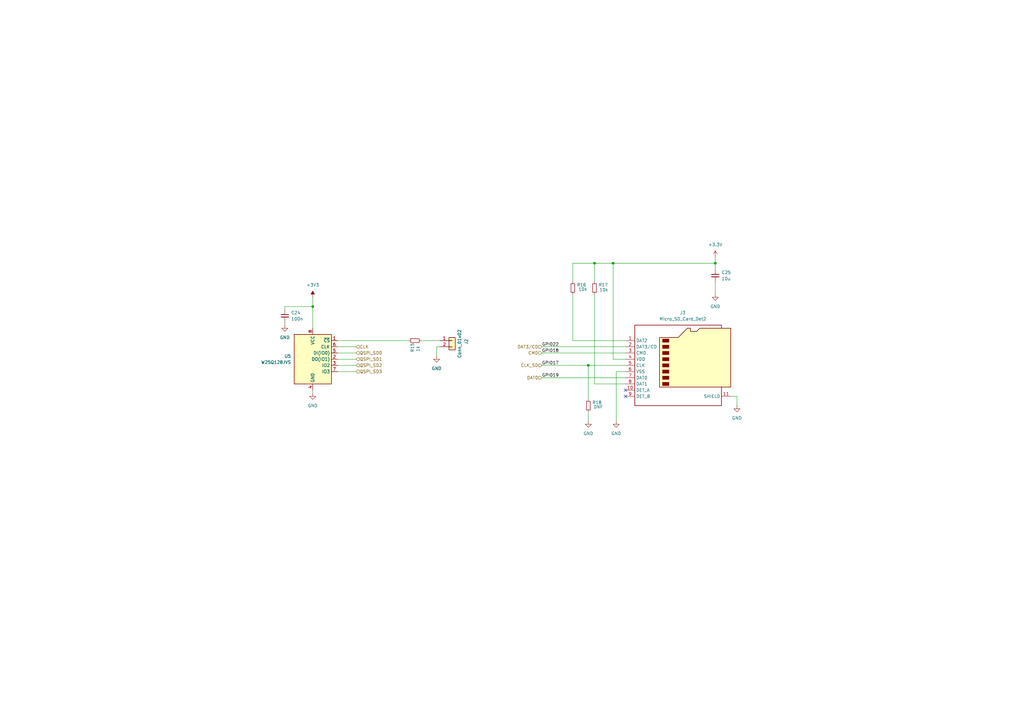
<source format=kicad_sch>
(kicad_sch
	(version 20231120)
	(generator "eeschema")
	(generator_version "8.0")
	(uuid "2bda51f6-9f5b-4a79-8ef6-f425eaf576d8")
	(paper "A3")
	(title_block
		(date "2025-02-01")
		(company "Alberto José Oliveira Pereira")
	)
	(lib_symbols
		(symbol "Connector:Micro_SD_Card_Det2"
			(exclude_from_sim no)
			(in_bom yes)
			(on_board yes)
			(property "Reference" "J"
				(at -16.51 17.78 0)
				(effects
					(font
						(size 1.27 1.27)
					)
				)
			)
			(property "Value" "Micro_SD_Card_Det2"
				(at 16.51 17.78 0)
				(effects
					(font
						(size 1.27 1.27)
					)
					(justify right)
				)
			)
			(property "Footprint" ""
				(at 52.07 17.78 0)
				(effects
					(font
						(size 1.27 1.27)
					)
					(hide yes)
				)
			)
			(property "Datasheet" "https://www.hirose.com/en/product/document?clcode=&productname=&series=DM3&documenttype=Catalog&lang=en&documentid=D49662_en"
				(at 2.54 2.54 0)
				(effects
					(font
						(size 1.27 1.27)
					)
					(hide yes)
				)
			)
			(property "Description" "Micro SD Card Socket with two card detection pins"
				(at 0 0 0)
				(effects
					(font
						(size 1.27 1.27)
					)
					(hide yes)
				)
			)
			(property "ki_keywords" "connector SD microsd"
				(at 0 0 0)
				(effects
					(font
						(size 1.27 1.27)
					)
					(hide yes)
				)
			)
			(property "ki_fp_filters" "microSD*"
				(at 0 0 0)
				(effects
					(font
						(size 1.27 1.27)
					)
					(hide yes)
				)
			)
			(symbol "Micro_SD_Card_Det2_0_1"
				(rectangle
					(start -7.62 -6.985)
					(end -5.08 -8.255)
					(stroke
						(width 0.254)
						(type default)
					)
					(fill
						(type outline)
					)
				)
				(rectangle
					(start -7.62 -4.445)
					(end -5.08 -5.715)
					(stroke
						(width 0.254)
						(type default)
					)
					(fill
						(type outline)
					)
				)
				(rectangle
					(start -7.62 -1.905)
					(end -5.08 -3.175)
					(stroke
						(width 0.254)
						(type default)
					)
					(fill
						(type outline)
					)
				)
				(rectangle
					(start -7.62 0.635)
					(end -5.08 -0.635)
					(stroke
						(width 0.254)
						(type default)
					)
					(fill
						(type outline)
					)
				)
				(rectangle
					(start -7.62 3.175)
					(end -5.08 1.905)
					(stroke
						(width 0.254)
						(type default)
					)
					(fill
						(type outline)
					)
				)
				(rectangle
					(start -7.62 5.715)
					(end -5.08 4.445)
					(stroke
						(width 0.254)
						(type default)
					)
					(fill
						(type outline)
					)
				)
				(rectangle
					(start -7.62 8.255)
					(end -5.08 6.985)
					(stroke
						(width 0.254)
						(type default)
					)
					(fill
						(type outline)
					)
				)
				(rectangle
					(start -7.62 10.795)
					(end -5.08 9.525)
					(stroke
						(width 0.254)
						(type default)
					)
					(fill
						(type outline)
					)
				)
				(polyline
					(pts
						(xy 16.51 15.24) (xy 16.51 16.51) (xy -19.05 16.51) (xy -19.05 -16.51) (xy 16.51 -16.51) (xy 16.51 -8.89)
					)
					(stroke
						(width 0.254)
						(type default)
					)
					(fill
						(type none)
					)
				)
				(polyline
					(pts
						(xy -8.89 -8.89) (xy -8.89 11.43) (xy -1.27 11.43) (xy 2.54 15.24) (xy 3.81 15.24) (xy 3.81 13.97)
						(xy 6.35 13.97) (xy 7.62 15.24) (xy 20.32 15.24) (xy 20.32 -8.89) (xy -8.89 -8.89)
					)
					(stroke
						(width 0.254)
						(type default)
					)
					(fill
						(type background)
					)
				)
			)
			(symbol "Micro_SD_Card_Det2_1_1"
				(pin bidirectional line
					(at -22.86 10.16 0)
					(length 3.81)
					(name "DAT2"
						(effects
							(font
								(size 1.27 1.27)
							)
						)
					)
					(number "1"
						(effects
							(font
								(size 1.27 1.27)
							)
						)
					)
				)
				(pin passive line
					(at -22.86 -10.16 0)
					(length 3.81)
					(name "DET_A"
						(effects
							(font
								(size 1.27 1.27)
							)
						)
					)
					(number "10"
						(effects
							(font
								(size 1.27 1.27)
							)
						)
					)
				)
				(pin passive line
					(at 20.32 -12.7 180)
					(length 3.81)
					(name "SHIELD"
						(effects
							(font
								(size 1.27 1.27)
							)
						)
					)
					(number "11"
						(effects
							(font
								(size 1.27 1.27)
							)
						)
					)
				)
				(pin bidirectional line
					(at -22.86 7.62 0)
					(length 3.81)
					(name "DAT3/CD"
						(effects
							(font
								(size 1.27 1.27)
							)
						)
					)
					(number "2"
						(effects
							(font
								(size 1.27 1.27)
							)
						)
					)
				)
				(pin input line
					(at -22.86 5.08 0)
					(length 3.81)
					(name "CMD"
						(effects
							(font
								(size 1.27 1.27)
							)
						)
					)
					(number "3"
						(effects
							(font
								(size 1.27 1.27)
							)
						)
					)
				)
				(pin power_in line
					(at -22.86 2.54 0)
					(length 3.81)
					(name "VDD"
						(effects
							(font
								(size 1.27 1.27)
							)
						)
					)
					(number "4"
						(effects
							(font
								(size 1.27 1.27)
							)
						)
					)
				)
				(pin input line
					(at -22.86 0 0)
					(length 3.81)
					(name "CLK"
						(effects
							(font
								(size 1.27 1.27)
							)
						)
					)
					(number "5"
						(effects
							(font
								(size 1.27 1.27)
							)
						)
					)
				)
				(pin power_in line
					(at -22.86 -2.54 0)
					(length 3.81)
					(name "VSS"
						(effects
							(font
								(size 1.27 1.27)
							)
						)
					)
					(number "6"
						(effects
							(font
								(size 1.27 1.27)
							)
						)
					)
				)
				(pin bidirectional line
					(at -22.86 -5.08 0)
					(length 3.81)
					(name "DAT0"
						(effects
							(font
								(size 1.27 1.27)
							)
						)
					)
					(number "7"
						(effects
							(font
								(size 1.27 1.27)
							)
						)
					)
				)
				(pin bidirectional line
					(at -22.86 -7.62 0)
					(length 3.81)
					(name "DAT1"
						(effects
							(font
								(size 1.27 1.27)
							)
						)
					)
					(number "8"
						(effects
							(font
								(size 1.27 1.27)
							)
						)
					)
				)
				(pin passive line
					(at -22.86 -12.7 0)
					(length 3.81)
					(name "DET_B"
						(effects
							(font
								(size 1.27 1.27)
							)
						)
					)
					(number "9"
						(effects
							(font
								(size 1.27 1.27)
							)
						)
					)
				)
			)
		)
		(symbol "Device:C_Small"
			(pin_numbers hide)
			(pin_names
				(offset 0.254) hide)
			(exclude_from_sim no)
			(in_bom yes)
			(on_board yes)
			(property "Reference" "C"
				(at 0.254 1.778 0)
				(effects
					(font
						(size 1.27 1.27)
					)
					(justify left)
				)
			)
			(property "Value" "C_Small"
				(at 0.254 -2.032 0)
				(effects
					(font
						(size 1.27 1.27)
					)
					(justify left)
				)
			)
			(property "Footprint" ""
				(at 0 0 0)
				(effects
					(font
						(size 1.27 1.27)
					)
					(hide yes)
				)
			)
			(property "Datasheet" "~"
				(at 0 0 0)
				(effects
					(font
						(size 1.27 1.27)
					)
					(hide yes)
				)
			)
			(property "Description" "Unpolarized capacitor, small symbol"
				(at 0 0 0)
				(effects
					(font
						(size 1.27 1.27)
					)
					(hide yes)
				)
			)
			(property "ki_keywords" "capacitor cap"
				(at 0 0 0)
				(effects
					(font
						(size 1.27 1.27)
					)
					(hide yes)
				)
			)
			(property "ki_fp_filters" "C_*"
				(at 0 0 0)
				(effects
					(font
						(size 1.27 1.27)
					)
					(hide yes)
				)
			)
			(symbol "C_Small_0_1"
				(polyline
					(pts
						(xy -1.524 -0.508) (xy 1.524 -0.508)
					)
					(stroke
						(width 0.3302)
						(type default)
					)
					(fill
						(type none)
					)
				)
				(polyline
					(pts
						(xy -1.524 0.508) (xy 1.524 0.508)
					)
					(stroke
						(width 0.3048)
						(type default)
					)
					(fill
						(type none)
					)
				)
			)
			(symbol "C_Small_1_1"
				(pin passive line
					(at 0 2.54 270)
					(length 2.032)
					(name "~"
						(effects
							(font
								(size 1.27 1.27)
							)
						)
					)
					(number "1"
						(effects
							(font
								(size 1.27 1.27)
							)
						)
					)
				)
				(pin passive line
					(at 0 -2.54 90)
					(length 2.032)
					(name "~"
						(effects
							(font
								(size 1.27 1.27)
							)
						)
					)
					(number "2"
						(effects
							(font
								(size 1.27 1.27)
							)
						)
					)
				)
			)
		)
		(symbol "Device:R_Small"
			(pin_numbers hide)
			(pin_names
				(offset 0.254) hide)
			(exclude_from_sim no)
			(in_bom yes)
			(on_board yes)
			(property "Reference" "R"
				(at 0.762 0.508 0)
				(effects
					(font
						(size 1.27 1.27)
					)
					(justify left)
				)
			)
			(property "Value" "R_Small"
				(at 0.762 -1.016 0)
				(effects
					(font
						(size 1.27 1.27)
					)
					(justify left)
				)
			)
			(property "Footprint" ""
				(at 0 0 0)
				(effects
					(font
						(size 1.27 1.27)
					)
					(hide yes)
				)
			)
			(property "Datasheet" "~"
				(at 0 0 0)
				(effects
					(font
						(size 1.27 1.27)
					)
					(hide yes)
				)
			)
			(property "Description" "Resistor, small symbol"
				(at 0 0 0)
				(effects
					(font
						(size 1.27 1.27)
					)
					(hide yes)
				)
			)
			(property "ki_keywords" "R resistor"
				(at 0 0 0)
				(effects
					(font
						(size 1.27 1.27)
					)
					(hide yes)
				)
			)
			(property "ki_fp_filters" "R_*"
				(at 0 0 0)
				(effects
					(font
						(size 1.27 1.27)
					)
					(hide yes)
				)
			)
			(symbol "R_Small_0_1"
				(rectangle
					(start -0.762 1.778)
					(end 0.762 -1.778)
					(stroke
						(width 0.2032)
						(type default)
					)
					(fill
						(type none)
					)
				)
			)
			(symbol "R_Small_1_1"
				(pin passive line
					(at 0 2.54 270)
					(length 0.762)
					(name "~"
						(effects
							(font
								(size 1.27 1.27)
							)
						)
					)
					(number "1"
						(effects
							(font
								(size 1.27 1.27)
							)
						)
					)
				)
				(pin passive line
					(at 0 -2.54 90)
					(length 0.762)
					(name "~"
						(effects
							(font
								(size 1.27 1.27)
							)
						)
					)
					(number "2"
						(effects
							(font
								(size 1.27 1.27)
							)
						)
					)
				)
			)
		)
		(symbol "Memory_Flash:W25Q128JVS"
			(exclude_from_sim no)
			(in_bom yes)
			(on_board yes)
			(property "Reference" "U"
				(at -6.35 11.43 0)
				(effects
					(font
						(size 1.27 1.27)
					)
				)
			)
			(property "Value" "W25Q128JVS"
				(at 7.62 11.43 0)
				(effects
					(font
						(size 1.27 1.27)
					)
				)
			)
			(property "Footprint" "Package_SO:SOIC-8_5.23x5.23mm_P1.27mm"
				(at 0 22.86 0)
				(effects
					(font
						(size 1.27 1.27)
					)
					(hide yes)
				)
			)
			(property "Datasheet" "https://www.winbond.com/resource-files/w25q128jv_dtr%20revc%2003272018%20plus.pdf"
				(at 0 25.4 0)
				(effects
					(font
						(size 1.27 1.27)
					)
					(hide yes)
				)
			)
			(property "Description" "128Mb Serial Flash Memory, Standard/Dual/Quad SPI, SOIC-8"
				(at 0 27.94 0)
				(effects
					(font
						(size 1.27 1.27)
					)
					(hide yes)
				)
			)
			(property "ki_keywords" "flash memory SPI QPI DTR"
				(at 0 0 0)
				(effects
					(font
						(size 1.27 1.27)
					)
					(hide yes)
				)
			)
			(property "ki_fp_filters" "SOIC*5.23x5.23mm*P1.27mm*"
				(at 0 0 0)
				(effects
					(font
						(size 1.27 1.27)
					)
					(hide yes)
				)
			)
			(symbol "W25Q128JVS_0_1"
				(rectangle
					(start -7.62 10.16)
					(end 7.62 -10.16)
					(stroke
						(width 0.254)
						(type default)
					)
					(fill
						(type background)
					)
				)
			)
			(symbol "W25Q128JVS_1_1"
				(pin input line
					(at -10.16 7.62 0)
					(length 2.54)
					(name "~{CS}"
						(effects
							(font
								(size 1.27 1.27)
							)
						)
					)
					(number "1"
						(effects
							(font
								(size 1.27 1.27)
							)
						)
					)
				)
				(pin bidirectional line
					(at -10.16 0 0)
					(length 2.54)
					(name "DO(IO1)"
						(effects
							(font
								(size 1.27 1.27)
							)
						)
					)
					(number "2"
						(effects
							(font
								(size 1.27 1.27)
							)
						)
					)
				)
				(pin bidirectional line
					(at -10.16 -2.54 0)
					(length 2.54)
					(name "IO2"
						(effects
							(font
								(size 1.27 1.27)
							)
						)
					)
					(number "3"
						(effects
							(font
								(size 1.27 1.27)
							)
						)
					)
				)
				(pin power_in line
					(at 0 -12.7 90)
					(length 2.54)
					(name "GND"
						(effects
							(font
								(size 1.27 1.27)
							)
						)
					)
					(number "4"
						(effects
							(font
								(size 1.27 1.27)
							)
						)
					)
				)
				(pin bidirectional line
					(at -10.16 2.54 0)
					(length 2.54)
					(name "DI(IO0)"
						(effects
							(font
								(size 1.27 1.27)
							)
						)
					)
					(number "5"
						(effects
							(font
								(size 1.27 1.27)
							)
						)
					)
				)
				(pin input line
					(at -10.16 5.08 0)
					(length 2.54)
					(name "CLK"
						(effects
							(font
								(size 1.27 1.27)
							)
						)
					)
					(number "6"
						(effects
							(font
								(size 1.27 1.27)
							)
						)
					)
				)
				(pin bidirectional line
					(at -10.16 -5.08 0)
					(length 2.54)
					(name "IO3"
						(effects
							(font
								(size 1.27 1.27)
							)
						)
					)
					(number "7"
						(effects
							(font
								(size 1.27 1.27)
							)
						)
					)
				)
				(pin power_in line
					(at 0 12.7 270)
					(length 2.54)
					(name "VCC"
						(effects
							(font
								(size 1.27 1.27)
							)
						)
					)
					(number "8"
						(effects
							(font
								(size 1.27 1.27)
							)
						)
					)
				)
			)
		)
		(symbol "PCM_4ms_Connector:Conn_01x02"
			(pin_names
				(offset 1.016) hide)
			(exclude_from_sim no)
			(in_bom yes)
			(on_board yes)
			(property "Reference" "J"
				(at 0 2.54 0)
				(effects
					(font
						(size 1.27 1.27)
					)
				)
			)
			(property "Value" "Conn_01x02"
				(at 0 -5.08 0)
				(effects
					(font
						(size 1.27 1.27)
					)
				)
			)
			(property "Footprint" "4ms_Connector:Pins_1x02_2.54mm_TH"
				(at -0.635 4.445 0)
				(effects
					(font
						(size 1.27 1.27)
					)
					(hide yes)
				)
			)
			(property "Datasheet" ""
				(at 0 0 0)
				(effects
					(font
						(size 1.27 1.27)
					)
					(hide yes)
				)
			)
			(property "Description" "HEADER 1x2 MALE PINS 0.100” 180deg"
				(at 0 0 0)
				(effects
					(font
						(size 1.27 1.27)
					)
					(hide yes)
				)
			)
			(property "Specifications" "Pins_01x02, Header, Male Pins, 1*2, spacing 2.54mm, straight pin"
				(at -2.54 -7.874 0)
				(effects
					(font
						(size 1.27 1.27)
					)
					(justify left)
					(hide yes)
				)
			)
			(property "Manufacturer" "TAD"
				(at -2.54 -9.398 0)
				(effects
					(font
						(size 1.27 1.27)
					)
					(justify left)
					(hide yes)
				)
			)
			(property "Part Number" "1-0201FBV0T"
				(at -2.54 -10.922 0)
				(effects
					(font
						(size 1.27 1.27)
					)
					(justify left)
					(hide yes)
				)
			)
			(property "ki_keywords" "Conn_01x02"
				(at 0 0 0)
				(effects
					(font
						(size 1.27 1.27)
					)
					(hide yes)
				)
			)
			(property "ki_fp_filters" "Connector*:*_??x*mm* Connector*:*1x??x*mm* Pin?Header?Straight?1X* Pin?Header?Angled?1X* Socket?Strip?Straight?1X* Socket?Strip?Angled?1X*"
				(at 0 0 0)
				(effects
					(font
						(size 1.27 1.27)
					)
					(hide yes)
				)
			)
			(symbol "Conn_01x02_1_1"
				(rectangle
					(start -1.27 -2.413)
					(end 0 -2.667)
					(stroke
						(width 0.1524)
						(type default)
					)
					(fill
						(type none)
					)
				)
				(rectangle
					(start -1.27 0.127)
					(end 0 -0.127)
					(stroke
						(width 0.1524)
						(type default)
					)
					(fill
						(type none)
					)
				)
				(rectangle
					(start -1.27 1.27)
					(end 1.27 -3.81)
					(stroke
						(width 0.254)
						(type default)
					)
					(fill
						(type background)
					)
				)
				(pin passive line
					(at -5.08 0 0)
					(length 3.81)
					(name "Pin_1"
						(effects
							(font
								(size 1.27 1.27)
							)
						)
					)
					(number "1"
						(effects
							(font
								(size 1.27 1.27)
							)
						)
					)
				)
				(pin passive line
					(at -5.08 -2.54 0)
					(length 3.81)
					(name "Pin_2"
						(effects
							(font
								(size 1.27 1.27)
							)
						)
					)
					(number "2"
						(effects
							(font
								(size 1.27 1.27)
							)
						)
					)
				)
			)
		)
		(symbol "PCM_4ms_Power-symbol:+3.3V"
			(power)
			(pin_names
				(offset 0)
			)
			(exclude_from_sim no)
			(in_bom yes)
			(on_board yes)
			(property "Reference" "#PWR"
				(at 0 -3.81 0)
				(effects
					(font
						(size 1.27 1.27)
					)
					(hide yes)
				)
			)
			(property "Value" "+3.3V"
				(at 0 3.556 0)
				(effects
					(font
						(size 1.27 1.27)
					)
				)
			)
			(property "Footprint" ""
				(at 0 0 0)
				(effects
					(font
						(size 1.27 1.27)
					)
					(hide yes)
				)
			)
			(property "Datasheet" ""
				(at 0 0 0)
				(effects
					(font
						(size 1.27 1.27)
					)
					(hide yes)
				)
			)
			(property "Description" ""
				(at 0 0 0)
				(effects
					(font
						(size 1.27 1.27)
					)
					(hide yes)
				)
			)
			(symbol "+3.3V_0_1"
				(polyline
					(pts
						(xy -0.762 1.27) (xy 0 2.54)
					)
					(stroke
						(width 0)
						(type default)
					)
					(fill
						(type none)
					)
				)
				(polyline
					(pts
						(xy 0 0) (xy 0 2.54)
					)
					(stroke
						(width 0)
						(type default)
					)
					(fill
						(type none)
					)
				)
				(polyline
					(pts
						(xy 0 2.54) (xy 0.762 1.27)
					)
					(stroke
						(width 0)
						(type default)
					)
					(fill
						(type none)
					)
				)
			)
			(symbol "+3.3V_1_1"
				(pin power_in line
					(at 0 0 90)
					(length 0) hide
					(name "+3V3"
						(effects
							(font
								(size 1.27 1.27)
							)
						)
					)
					(number "1"
						(effects
							(font
								(size 1.27 1.27)
							)
						)
					)
				)
			)
		)
		(symbol "power:-3V3"
			(power)
			(pin_numbers hide)
			(pin_names
				(offset 0) hide)
			(exclude_from_sim no)
			(in_bom yes)
			(on_board yes)
			(property "Reference" "#PWR"
				(at 0 -3.81 0)
				(effects
					(font
						(size 1.27 1.27)
					)
					(hide yes)
				)
			)
			(property "Value" "-3V3"
				(at 0 3.556 0)
				(effects
					(font
						(size 1.27 1.27)
					)
				)
			)
			(property "Footprint" ""
				(at 0 0 0)
				(effects
					(font
						(size 1.27 1.27)
					)
					(hide yes)
				)
			)
			(property "Datasheet" ""
				(at 0 0 0)
				(effects
					(font
						(size 1.27 1.27)
					)
					(hide yes)
				)
			)
			(property "Description" "Power symbol creates a global label with name \"-3V3\""
				(at 0 0 0)
				(effects
					(font
						(size 1.27 1.27)
					)
					(hide yes)
				)
			)
			(property "ki_keywords" "global power"
				(at 0 0 0)
				(effects
					(font
						(size 1.27 1.27)
					)
					(hide yes)
				)
			)
			(symbol "-3V3_0_0"
				(pin power_in line
					(at 0 0 90)
					(length 0)
					(name "~"
						(effects
							(font
								(size 1.27 1.27)
							)
						)
					)
					(number "1"
						(effects
							(font
								(size 1.27 1.27)
							)
						)
					)
				)
			)
			(symbol "-3V3_0_1"
				(polyline
					(pts
						(xy 0 0) (xy 0 1.27) (xy 0.762 1.27) (xy 0 2.54) (xy -0.762 1.27) (xy 0 1.27)
					)
					(stroke
						(width 0)
						(type default)
					)
					(fill
						(type outline)
					)
				)
			)
		)
		(symbol "power:GND"
			(power)
			(pin_numbers hide)
			(pin_names
				(offset 0) hide)
			(exclude_from_sim no)
			(in_bom yes)
			(on_board yes)
			(property "Reference" "#PWR"
				(at 0 -6.35 0)
				(effects
					(font
						(size 1.27 1.27)
					)
					(hide yes)
				)
			)
			(property "Value" "GND"
				(at 0 -3.81 0)
				(effects
					(font
						(size 1.27 1.27)
					)
				)
			)
			(property "Footprint" ""
				(at 0 0 0)
				(effects
					(font
						(size 1.27 1.27)
					)
					(hide yes)
				)
			)
			(property "Datasheet" ""
				(at 0 0 0)
				(effects
					(font
						(size 1.27 1.27)
					)
					(hide yes)
				)
			)
			(property "Description" "Power symbol creates a global label with name \"GND\" , ground"
				(at 0 0 0)
				(effects
					(font
						(size 1.27 1.27)
					)
					(hide yes)
				)
			)
			(property "ki_keywords" "global power"
				(at 0 0 0)
				(effects
					(font
						(size 1.27 1.27)
					)
					(hide yes)
				)
			)
			(symbol "GND_0_1"
				(polyline
					(pts
						(xy 0 0) (xy 0 -1.27) (xy 1.27 -1.27) (xy 0 -2.54) (xy -1.27 -1.27) (xy 0 -1.27)
					)
					(stroke
						(width 0)
						(type default)
					)
					(fill
						(type none)
					)
				)
			)
			(symbol "GND_1_1"
				(pin power_in line
					(at 0 0 270)
					(length 0)
					(name "~"
						(effects
							(font
								(size 1.27 1.27)
							)
						)
					)
					(number "1"
						(effects
							(font
								(size 1.27 1.27)
							)
						)
					)
				)
			)
		)
	)
	(junction
		(at 251.46 107.95)
		(diameter 0)
		(color 0 0 0 0)
		(uuid "33047bc7-c1f7-4bd5-95ce-0e396b462cd9")
	)
	(junction
		(at 128.27 125.73)
		(diameter 0)
		(color 0 0 0 0)
		(uuid "58145fa4-db7a-4187-8a3f-e8557c86ee6b")
	)
	(junction
		(at 241.3 149.86)
		(diameter 0)
		(color 0 0 0 0)
		(uuid "72e701c9-4e28-45d6-900a-2d8e1e89e1ec")
	)
	(junction
		(at 243.84 107.95)
		(diameter 0)
		(color 0 0 0 0)
		(uuid "b628c463-138c-4cab-b0b0-ffbb8c1f1bcf")
	)
	(junction
		(at 293.37 107.95)
		(diameter 0)
		(color 0 0 0 0)
		(uuid "b8c2cce5-ef51-42d1-b3c9-134819f98008")
	)
	(no_connect
		(at 256.54 162.56)
		(uuid "43055fda-7a97-44a2-91f6-83eb5664a30f")
	)
	(no_connect
		(at 256.54 160.02)
		(uuid "448a7509-bbac-4c14-aff7-7d326024ddbb")
	)
	(wire
		(pts
			(xy 138.43 142.24) (xy 146.05 142.24)
		)
		(stroke
			(width 0)
			(type default)
		)
		(uuid "0683d997-6d51-4b80-a4d0-8d289f2ef903")
	)
	(wire
		(pts
			(xy 179.07 142.24) (xy 179.07 146.05)
		)
		(stroke
			(width 0)
			(type default)
		)
		(uuid "10649d11-5f3e-451d-b5a7-cf157810064c")
	)
	(wire
		(pts
			(xy 138.43 152.4) (xy 146.05 152.4)
		)
		(stroke
			(width 0)
			(type default)
		)
		(uuid "124af829-c5ae-4fa8-b1b6-630461144272")
	)
	(wire
		(pts
			(xy 222.25 144.78) (xy 256.54 144.78)
		)
		(stroke
			(width 0)
			(type default)
		)
		(uuid "126a7df9-1ee0-453d-9388-f7151b8979f4")
	)
	(wire
		(pts
			(xy 293.37 107.95) (xy 293.37 110.49)
		)
		(stroke
			(width 0)
			(type default)
		)
		(uuid "13c740c3-1188-44f8-90f3-9fc4b12a5aa2")
	)
	(wire
		(pts
			(xy 251.46 107.95) (xy 293.37 107.95)
		)
		(stroke
			(width 0)
			(type default)
		)
		(uuid "1dfe8a9d-a3e7-46d0-879c-8219bb9c3ab6")
	)
	(wire
		(pts
			(xy 222.25 149.86) (xy 241.3 149.86)
		)
		(stroke
			(width 0)
			(type default)
		)
		(uuid "22dce2f1-58c0-4fee-8c82-11ddb0a170c0")
	)
	(wire
		(pts
			(xy 234.95 107.95) (xy 243.84 107.95)
		)
		(stroke
			(width 0)
			(type default)
		)
		(uuid "2696eeac-3f8c-4550-b189-03868dfa311a")
	)
	(wire
		(pts
			(xy 128.27 121.92) (xy 128.27 125.73)
		)
		(stroke
			(width 0)
			(type default)
		)
		(uuid "3b350678-ca72-41fa-a2f8-f224b8f2ac5d")
	)
	(wire
		(pts
			(xy 241.3 168.91) (xy 241.3 172.72)
		)
		(stroke
			(width 0)
			(type default)
		)
		(uuid "4c92b39a-6f4f-4c12-861e-e395611400de")
	)
	(wire
		(pts
			(xy 138.43 147.32) (xy 146.05 147.32)
		)
		(stroke
			(width 0)
			(type default)
		)
		(uuid "4dc6fa0f-ddf6-4621-9386-8276f562af6c")
	)
	(wire
		(pts
			(xy 243.84 107.95) (xy 251.46 107.95)
		)
		(stroke
			(width 0)
			(type default)
		)
		(uuid "5cd296e8-4b15-413e-8263-480cdc836941")
	)
	(wire
		(pts
			(xy 251.46 107.95) (xy 251.46 147.32)
		)
		(stroke
			(width 0)
			(type default)
		)
		(uuid "65ea72db-2552-41ed-a521-232f0f887c02")
	)
	(wire
		(pts
			(xy 138.43 139.7) (xy 167.64 139.7)
		)
		(stroke
			(width 0)
			(type default)
		)
		(uuid "706da12b-8b55-4dbd-9f4a-8f55714c9d3f")
	)
	(wire
		(pts
			(xy 293.37 115.57) (xy 293.37 120.65)
		)
		(stroke
			(width 0)
			(type default)
		)
		(uuid "7eec9997-a1b0-441d-a80c-1aa7507fc36a")
	)
	(wire
		(pts
			(xy 256.54 152.4) (xy 252.73 152.4)
		)
		(stroke
			(width 0)
			(type default)
		)
		(uuid "8fbb66e7-9251-4a80-bdba-07a750500b8d")
	)
	(wire
		(pts
			(xy 234.95 107.95) (xy 234.95 115.57)
		)
		(stroke
			(width 0)
			(type default)
		)
		(uuid "9b253154-8127-45fa-a056-52ce1dd8a89e")
	)
	(wire
		(pts
			(xy 116.84 132.08) (xy 116.84 133.35)
		)
		(stroke
			(width 0)
			(type default)
		)
		(uuid "9d0bcb53-9f29-457e-ab90-4305d3f3f67f")
	)
	(wire
		(pts
			(xy 222.25 154.94) (xy 256.54 154.94)
		)
		(stroke
			(width 0)
			(type default)
		)
		(uuid "9dfc3b5d-9607-4a9b-a614-221823e00a8e")
	)
	(wire
		(pts
			(xy 241.3 149.86) (xy 241.3 163.83)
		)
		(stroke
			(width 0)
			(type default)
		)
		(uuid "aa910846-6339-4254-a018-2f71437500cd")
	)
	(wire
		(pts
			(xy 234.95 139.7) (xy 234.95 120.65)
		)
		(stroke
			(width 0)
			(type default)
		)
		(uuid "b0264749-9403-43a2-862a-ce9eb8b012e3")
	)
	(wire
		(pts
			(xy 128.27 160.02) (xy 128.27 161.29)
		)
		(stroke
			(width 0)
			(type default)
		)
		(uuid "b2abb873-4a4e-4bb9-a93a-aabcea454457")
	)
	(wire
		(pts
			(xy 128.27 125.73) (xy 128.27 134.62)
		)
		(stroke
			(width 0)
			(type default)
		)
		(uuid "b5b8cfe4-c956-40c7-b01e-f6ba436f3597")
	)
	(wire
		(pts
			(xy 243.84 157.48) (xy 256.54 157.48)
		)
		(stroke
			(width 0)
			(type default)
		)
		(uuid "b9d1607c-8f47-4e31-a4ad-756cdac9c87c")
	)
	(wire
		(pts
			(xy 180.34 142.24) (xy 179.07 142.24)
		)
		(stroke
			(width 0)
			(type default)
		)
		(uuid "cfb34fd2-8943-4e33-b5d2-5dd0330c00c9")
	)
	(wire
		(pts
			(xy 116.84 125.73) (xy 116.84 127)
		)
		(stroke
			(width 0)
			(type default)
		)
		(uuid "d33474c4-2a4a-4b85-9d44-a85882206d61")
	)
	(wire
		(pts
			(xy 138.43 144.78) (xy 146.05 144.78)
		)
		(stroke
			(width 0)
			(type default)
		)
		(uuid "d52dc086-0c36-431f-a9f5-49c11af0a974")
	)
	(wire
		(pts
			(xy 243.84 120.65) (xy 243.84 157.48)
		)
		(stroke
			(width 0)
			(type default)
		)
		(uuid "d56f07e7-7cb6-4611-aee9-a73220595141")
	)
	(wire
		(pts
			(xy 302.26 162.56) (xy 302.26 166.37)
		)
		(stroke
			(width 0)
			(type default)
		)
		(uuid "d6b92af2-32c9-4770-85b3-da6110a6f484")
	)
	(wire
		(pts
			(xy 293.37 105.41) (xy 293.37 107.95)
		)
		(stroke
			(width 0)
			(type default)
		)
		(uuid "d6ff4662-33da-4378-8d17-1ed982d6cadb")
	)
	(wire
		(pts
			(xy 256.54 147.32) (xy 251.46 147.32)
		)
		(stroke
			(width 0)
			(type default)
		)
		(uuid "d75b2021-fd02-4fae-8e83-c8c1a611f45c")
	)
	(wire
		(pts
			(xy 256.54 139.7) (xy 234.95 139.7)
		)
		(stroke
			(width 0)
			(type default)
		)
		(uuid "e4a05b0b-9c18-453f-bc0b-269d28f039da")
	)
	(wire
		(pts
			(xy 243.84 107.95) (xy 243.84 115.57)
		)
		(stroke
			(width 0)
			(type default)
		)
		(uuid "e9a67743-55c3-4d00-8263-ce9e7e05c94e")
	)
	(wire
		(pts
			(xy 138.43 149.86) (xy 146.05 149.86)
		)
		(stroke
			(width 0)
			(type default)
		)
		(uuid "ead1f73b-fb8e-4036-aafb-6d69fa09d86f")
	)
	(wire
		(pts
			(xy 299.72 162.56) (xy 302.26 162.56)
		)
		(stroke
			(width 0)
			(type default)
		)
		(uuid "eb8d0401-0c04-475a-a033-af0e9c7f6704")
	)
	(wire
		(pts
			(xy 241.3 149.86) (xy 256.54 149.86)
		)
		(stroke
			(width 0)
			(type default)
		)
		(uuid "ec69f090-073c-4718-8b39-80fcbf578b65")
	)
	(wire
		(pts
			(xy 116.84 125.73) (xy 128.27 125.73)
		)
		(stroke
			(width 0)
			(type default)
		)
		(uuid "ef065b73-2fbb-441e-b710-51e69d3e0872")
	)
	(wire
		(pts
			(xy 172.72 139.7) (xy 180.34 139.7)
		)
		(stroke
			(width 0)
			(type default)
		)
		(uuid "f17ad794-1469-4d4f-984f-5819a7f9688a")
	)
	(wire
		(pts
			(xy 222.25 142.24) (xy 256.54 142.24)
		)
		(stroke
			(width 0)
			(type default)
		)
		(uuid "faf3f683-45d7-4022-95ac-4a58c5c693d2")
	)
	(wire
		(pts
			(xy 252.73 152.4) (xy 252.73 172.72)
		)
		(stroke
			(width 0)
			(type default)
		)
		(uuid "faf5ac7e-0695-44f0-9abd-5bddd4d9e466")
	)
	(label "GPI019"
		(at 222.25 154.94 0)
		(effects
			(font
				(size 1.27 1.27)
			)
			(justify left bottom)
		)
		(uuid "5ab5dda8-bf06-4588-a647-664b68aec1e5")
	)
	(label "GPI022"
		(at 222.25 142.24 0)
		(effects
			(font
				(size 1.27 1.27)
			)
			(justify left bottom)
		)
		(uuid "8643d161-7f64-4cab-af36-402a3ef4485c")
	)
	(label "GPI018"
		(at 222.25 144.78 0)
		(effects
			(font
				(size 1.27 1.27)
			)
			(justify left bottom)
		)
		(uuid "b5aec813-f157-484c-ad30-5f0d1778bf2f")
	)
	(label "GPI017"
		(at 222.25 149.86 0)
		(effects
			(font
				(size 1.27 1.27)
			)
			(justify left bottom)
		)
		(uuid "d692a6cf-eca1-47f0-b967-ac53481397bb")
	)
	(hierarchical_label "DAT0"
		(shape input)
		(at 222.25 154.94 180)
		(effects
			(font
				(size 1.27 1.27)
			)
			(justify right)
		)
		(uuid "010a8966-fc6b-43d8-870a-42091edf0de7")
	)
	(hierarchical_label "DAT3{slash}CD"
		(shape input)
		(at 222.25 142.24 180)
		(effects
			(font
				(size 1.27 1.27)
			)
			(justify right)
		)
		(uuid "106f226d-bd4b-4459-a07a-219d979619db")
	)
	(hierarchical_label "QSPI_SD1"
		(shape input)
		(at 146.05 147.32 0)
		(effects
			(font
				(size 1.27 1.27)
			)
			(justify left)
		)
		(uuid "3b0fb60b-4a30-4bb0-af2c-724bb8264e6f")
	)
	(hierarchical_label "CLK_SD"
		(shape input)
		(at 222.25 149.86 180)
		(effects
			(font
				(size 1.27 1.27)
			)
			(justify right)
		)
		(uuid "4616311f-0ebc-44fb-b6a9-c0492c259ab0")
	)
	(hierarchical_label "CLK"
		(shape input)
		(at 146.05 142.24 0)
		(effects
			(font
				(size 1.27 1.27)
			)
			(justify left)
		)
		(uuid "778c12e4-4162-4019-a6f7-59fddbef4a32")
	)
	(hierarchical_label "QSPI_SD2"
		(shape input)
		(at 146.05 149.86 0)
		(effects
			(font
				(size 1.27 1.27)
			)
			(justify left)
		)
		(uuid "a699ddfe-5316-4bfb-8519-b890c4ab1703")
	)
	(hierarchical_label "CMD"
		(shape input)
		(at 222.25 144.78 180)
		(effects
			(font
				(size 1.27 1.27)
			)
			(justify right)
		)
		(uuid "c358d021-840c-4cb1-b322-694a72527651")
	)
	(hierarchical_label "QSPI_SD0"
		(shape input)
		(at 146.05 144.78 0)
		(effects
			(font
				(size 1.27 1.27)
			)
			(justify left)
		)
		(uuid "d43b8903-5a02-40ba-b63a-e9bd82c29260")
	)
	(hierarchical_label "QSPI_SD3"
		(shape input)
		(at 146.05 152.4 0)
		(effects
			(font
				(size 1.27 1.27)
			)
			(justify left)
		)
		(uuid "fcd5af5b-25c3-4273-84af-da40a778ae42")
	)
	(symbol
		(lib_id "power:GND")
		(at 179.07 146.05 0)
		(unit 1)
		(exclude_from_sim no)
		(in_bom yes)
		(on_board yes)
		(dnp no)
		(fields_autoplaced yes)
		(uuid "0b68afa9-6c35-4afb-acc5-d365e48e17fa")
		(property "Reference" "#PWR031"
			(at 179.07 152.4 0)
			(effects
				(font
					(size 1.27 1.27)
				)
				(hide yes)
			)
		)
		(property "Value" "GND"
			(at 179.07 151.13 0)
			(effects
				(font
					(size 1.27 1.27)
				)
			)
		)
		(property "Footprint" ""
			(at 179.07 146.05 0)
			(effects
				(font
					(size 1.27 1.27)
				)
				(hide yes)
			)
		)
		(property "Datasheet" ""
			(at 179.07 146.05 0)
			(effects
				(font
					(size 1.27 1.27)
				)
				(hide yes)
			)
		)
		(property "Description" "Power symbol creates a global label with name \"GND\" , ground"
			(at 179.07 146.05 0)
			(effects
				(font
					(size 1.27 1.27)
				)
				(hide yes)
			)
		)
		(pin "1"
			(uuid "7a1863ef-0afe-4ffd-bc3d-59b25b204434")
		)
		(instances
			(project "Dosimetro"
				(path "/5901c4ba-ed26-45ec-91e8-ca871c890e75/7c0a4705-ee14-4319-9a89-a29c6e6d167c"
					(reference "#PWR031")
					(unit 1)
				)
			)
		)
	)
	(symbol
		(lib_id "power:GND")
		(at 128.27 161.29 0)
		(unit 1)
		(exclude_from_sim no)
		(in_bom yes)
		(on_board yes)
		(dnp no)
		(fields_autoplaced yes)
		(uuid "1fa02819-4823-4ffd-bb33-48b6b48e0fc7")
		(property "Reference" "#PWR032"
			(at 128.27 167.64 0)
			(effects
				(font
					(size 1.27 1.27)
				)
				(hide yes)
			)
		)
		(property "Value" "GND"
			(at 128.27 166.37 0)
			(effects
				(font
					(size 1.27 1.27)
				)
			)
		)
		(property "Footprint" ""
			(at 128.27 161.29 0)
			(effects
				(font
					(size 1.27 1.27)
				)
				(hide yes)
			)
		)
		(property "Datasheet" ""
			(at 128.27 161.29 0)
			(effects
				(font
					(size 1.27 1.27)
				)
				(hide yes)
			)
		)
		(property "Description" "Power symbol creates a global label with name \"GND\" , ground"
			(at 128.27 161.29 0)
			(effects
				(font
					(size 1.27 1.27)
				)
				(hide yes)
			)
		)
		(pin "1"
			(uuid "d5dc695e-1f49-4442-9094-a5392ed098ce")
		)
		(instances
			(project "Dosimetro"
				(path "/5901c4ba-ed26-45ec-91e8-ca871c890e75/7c0a4705-ee14-4319-9a89-a29c6e6d167c"
					(reference "#PWR032")
					(unit 1)
				)
			)
		)
	)
	(symbol
		(lib_id "power:-3V3")
		(at 128.27 121.92 0)
		(unit 1)
		(exclude_from_sim no)
		(in_bom yes)
		(on_board yes)
		(dnp no)
		(fields_autoplaced yes)
		(uuid "28fc0136-1492-4e22-b2d5-3076961a24ba")
		(property "Reference" "#PWR029"
			(at 128.27 125.73 0)
			(effects
				(font
					(size 1.27 1.27)
				)
				(hide yes)
			)
		)
		(property "Value" "+3V3"
			(at 128.27 116.84 0)
			(effects
				(font
					(size 1.27 1.27)
				)
			)
		)
		(property "Footprint" ""
			(at 128.27 121.92 0)
			(effects
				(font
					(size 1.27 1.27)
				)
				(hide yes)
			)
		)
		(property "Datasheet" ""
			(at 128.27 121.92 0)
			(effects
				(font
					(size 1.27 1.27)
				)
				(hide yes)
			)
		)
		(property "Description" "Power symbol creates a global label with name \"-3V3\""
			(at 128.27 121.92 0)
			(effects
				(font
					(size 1.27 1.27)
				)
				(hide yes)
			)
		)
		(pin "1"
			(uuid "e26e20f3-e33a-42a5-90c9-2173ff0ff07c")
		)
		(instances
			(project "Dosimetro"
				(path "/5901c4ba-ed26-45ec-91e8-ca871c890e75/7c0a4705-ee14-4319-9a89-a29c6e6d167c"
					(reference "#PWR029")
					(unit 1)
				)
			)
		)
	)
	(symbol
		(lib_id "power:GND")
		(at 241.3 172.72 0)
		(unit 1)
		(exclude_from_sim no)
		(in_bom yes)
		(on_board yes)
		(dnp no)
		(fields_autoplaced yes)
		(uuid "4b7912ce-5960-400d-a52f-406a015debbf")
		(property "Reference" "#PWR036"
			(at 241.3 179.07 0)
			(effects
				(font
					(size 1.27 1.27)
				)
				(hide yes)
			)
		)
		(property "Value" "GND"
			(at 241.3 177.8 0)
			(effects
				(font
					(size 1.27 1.27)
				)
			)
		)
		(property "Footprint" ""
			(at 241.3 172.72 0)
			(effects
				(font
					(size 1.27 1.27)
				)
				(hide yes)
			)
		)
		(property "Datasheet" ""
			(at 241.3 172.72 0)
			(effects
				(font
					(size 1.27 1.27)
				)
				(hide yes)
			)
		)
		(property "Description" "Power symbol creates a global label with name \"GND\" , ground"
			(at 241.3 172.72 0)
			(effects
				(font
					(size 1.27 1.27)
				)
				(hide yes)
			)
		)
		(pin "1"
			(uuid "4e017701-24ab-483e-9cd1-235e41b63f16")
		)
		(instances
			(project "Dosimetro"
				(path "/5901c4ba-ed26-45ec-91e8-ca871c890e75/7c0a4705-ee14-4319-9a89-a29c6e6d167c"
					(reference "#PWR036")
					(unit 1)
				)
			)
		)
	)
	(symbol
		(lib_id "Device:C_Small")
		(at 116.84 129.54 0)
		(unit 1)
		(exclude_from_sim no)
		(in_bom yes)
		(on_board yes)
		(dnp no)
		(fields_autoplaced yes)
		(uuid "4c59af0e-5eb1-4943-b3ed-32271e29dde4")
		(property "Reference" "C24"
			(at 119.38 128.2762 0)
			(effects
				(font
					(size 1.27 1.27)
				)
				(justify left)
			)
		)
		(property "Value" "100n"
			(at 119.38 130.8162 0)
			(effects
				(font
					(size 1.27 1.27)
				)
				(justify left)
			)
		)
		(property "Footprint" "Capacitor_SMD:C_0603_1608Metric"
			(at 116.84 129.54 0)
			(effects
				(font
					(size 1.27 1.27)
				)
				(hide yes)
			)
		)
		(property "Datasheet" "~"
			(at 116.84 129.54 0)
			(effects
				(font
					(size 1.27 1.27)
				)
				(hide yes)
			)
		)
		(property "Description" "Unpolarized capacitor, small symbol"
			(at 116.84 129.54 0)
			(effects
				(font
					(size 1.27 1.27)
				)
				(hide yes)
			)
		)
		(pin "2"
			(uuid "15a1fe5b-deaf-4f60-8e66-c286909e9bda")
		)
		(pin "1"
			(uuid "7b950466-f83e-41de-8bbb-27a58debee95")
		)
		(instances
			(project "Dosimetro"
				(path "/5901c4ba-ed26-45ec-91e8-ca871c890e75/7c0a4705-ee14-4319-9a89-a29c6e6d167c"
					(reference "C24")
					(unit 1)
				)
			)
		)
	)
	(symbol
		(lib_id "Device:R_Small")
		(at 234.95 118.11 180)
		(unit 1)
		(exclude_from_sim no)
		(in_bom yes)
		(on_board yes)
		(dnp no)
		(uuid "63dac32d-30de-4fb7-9bf0-16d8757ca569")
		(property "Reference" "R16"
			(at 238.506 116.84 0)
			(effects
				(font
					(size 1.27 1.27)
				)
			)
		)
		(property "Value" "10k"
			(at 239.014 118.618 0)
			(effects
				(font
					(size 1.27 1.27)
				)
			)
		)
		(property "Footprint" "Resistor_SMD:R_0805_2012Metric"
			(at 234.95 118.11 0)
			(effects
				(font
					(size 1.27 1.27)
				)
				(hide yes)
			)
		)
		(property "Datasheet" "~"
			(at 234.95 118.11 0)
			(effects
				(font
					(size 1.27 1.27)
				)
				(hide yes)
			)
		)
		(property "Description" "Resistor, small symbol"
			(at 234.95 118.11 0)
			(effects
				(font
					(size 1.27 1.27)
				)
				(hide yes)
			)
		)
		(pin "1"
			(uuid "a5c8d2fd-d73b-4275-8b38-c3aeabfb8f1d")
		)
		(pin "2"
			(uuid "d6e1d3f3-46bf-474e-9a49-d6a7946d3342")
		)
		(instances
			(project "Dosimetro"
				(path "/5901c4ba-ed26-45ec-91e8-ca871c890e75/7c0a4705-ee14-4319-9a89-a29c6e6d167c"
					(reference "R16")
					(unit 1)
				)
			)
		)
	)
	(symbol
		(lib_id "power:GND")
		(at 293.37 120.65 0)
		(unit 1)
		(exclude_from_sim no)
		(in_bom yes)
		(on_board yes)
		(dnp no)
		(fields_autoplaced yes)
		(uuid "648a68bb-a0ac-42d2-a635-7510d5f9e7bd")
		(property "Reference" "#PWR034"
			(at 293.37 127 0)
			(effects
				(font
					(size 1.27 1.27)
				)
				(hide yes)
			)
		)
		(property "Value" "GND"
			(at 293.37 125.73 0)
			(effects
				(font
					(size 1.27 1.27)
				)
			)
		)
		(property "Footprint" ""
			(at 293.37 120.65 0)
			(effects
				(font
					(size 1.27 1.27)
				)
				(hide yes)
			)
		)
		(property "Datasheet" ""
			(at 293.37 120.65 0)
			(effects
				(font
					(size 1.27 1.27)
				)
				(hide yes)
			)
		)
		(property "Description" "Power symbol creates a global label with name \"GND\" , ground"
			(at 293.37 120.65 0)
			(effects
				(font
					(size 1.27 1.27)
				)
				(hide yes)
			)
		)
		(pin "1"
			(uuid "c0755e3a-2d2f-44ca-be84-df0460965da7")
		)
		(instances
			(project "Dosimetro"
				(path "/5901c4ba-ed26-45ec-91e8-ca871c890e75/7c0a4705-ee14-4319-9a89-a29c6e6d167c"
					(reference "#PWR034")
					(unit 1)
				)
			)
		)
	)
	(symbol
		(lib_id "Device:R_Small")
		(at 243.84 118.11 180)
		(unit 1)
		(exclude_from_sim no)
		(in_bom yes)
		(on_board yes)
		(dnp no)
		(uuid "77acd845-1c49-415a-9f43-5bd40fa65bef")
		(property "Reference" "R17"
			(at 247.396 116.84 0)
			(effects
				(font
					(size 1.27 1.27)
				)
			)
		)
		(property "Value" "10k"
			(at 247.65 118.872 0)
			(effects
				(font
					(size 1.27 1.27)
				)
			)
		)
		(property "Footprint" "Resistor_SMD:R_0805_2012Metric"
			(at 243.84 118.11 0)
			(effects
				(font
					(size 1.27 1.27)
				)
				(hide yes)
			)
		)
		(property "Datasheet" "~"
			(at 243.84 118.11 0)
			(effects
				(font
					(size 1.27 1.27)
				)
				(hide yes)
			)
		)
		(property "Description" "Resistor, small symbol"
			(at 243.84 118.11 0)
			(effects
				(font
					(size 1.27 1.27)
				)
				(hide yes)
			)
		)
		(pin "1"
			(uuid "ef57a143-daa7-46cf-bcd8-d07b336577b4")
		)
		(pin "2"
			(uuid "2b5070de-12fb-47f6-899f-212852ada80d")
		)
		(instances
			(project "Dosimetro"
				(path "/5901c4ba-ed26-45ec-91e8-ca871c890e75/7c0a4705-ee14-4319-9a89-a29c6e6d167c"
					(reference "R17")
					(unit 1)
				)
			)
		)
	)
	(symbol
		(lib_id "power:GND")
		(at 252.73 172.72 0)
		(unit 1)
		(exclude_from_sim no)
		(in_bom yes)
		(on_board yes)
		(dnp no)
		(fields_autoplaced yes)
		(uuid "7a5419c6-56d2-407b-bd80-5d8b51eef89a")
		(property "Reference" "#PWR037"
			(at 252.73 179.07 0)
			(effects
				(font
					(size 1.27 1.27)
				)
				(hide yes)
			)
		)
		(property "Value" "GND"
			(at 252.73 177.8 0)
			(effects
				(font
					(size 1.27 1.27)
				)
			)
		)
		(property "Footprint" ""
			(at 252.73 172.72 0)
			(effects
				(font
					(size 1.27 1.27)
				)
				(hide yes)
			)
		)
		(property "Datasheet" ""
			(at 252.73 172.72 0)
			(effects
				(font
					(size 1.27 1.27)
				)
				(hide yes)
			)
		)
		(property "Description" "Power symbol creates a global label with name \"GND\" , ground"
			(at 252.73 172.72 0)
			(effects
				(font
					(size 1.27 1.27)
				)
				(hide yes)
			)
		)
		(pin "1"
			(uuid "1612f69a-05a4-4d2c-ad96-a0d6a3ee11b6")
		)
		(instances
			(project "Dosimetro"
				(path "/5901c4ba-ed26-45ec-91e8-ca871c890e75/7c0a4705-ee14-4319-9a89-a29c6e6d167c"
					(reference "#PWR037")
					(unit 1)
				)
			)
		)
	)
	(symbol
		(lib_id "power:GND")
		(at 302.26 166.37 0)
		(unit 1)
		(exclude_from_sim no)
		(in_bom yes)
		(on_board yes)
		(dnp no)
		(fields_autoplaced yes)
		(uuid "90596d6c-c622-4973-b7a6-1e4a91bc4370")
		(property "Reference" "#PWR035"
			(at 302.26 172.72 0)
			(effects
				(font
					(size 1.27 1.27)
				)
				(hide yes)
			)
		)
		(property "Value" "GND"
			(at 302.26 171.45 0)
			(effects
				(font
					(size 1.27 1.27)
				)
			)
		)
		(property "Footprint" ""
			(at 302.26 166.37 0)
			(effects
				(font
					(size 1.27 1.27)
				)
				(hide yes)
			)
		)
		(property "Datasheet" ""
			(at 302.26 166.37 0)
			(effects
				(font
					(size 1.27 1.27)
				)
				(hide yes)
			)
		)
		(property "Description" "Power symbol creates a global label with name \"GND\" , ground"
			(at 302.26 166.37 0)
			(effects
				(font
					(size 1.27 1.27)
				)
				(hide yes)
			)
		)
		(pin "1"
			(uuid "7d9d2341-28e6-4829-90ab-c6b6df85275f")
		)
		(instances
			(project "Dosimetro"
				(path "/5901c4ba-ed26-45ec-91e8-ca871c890e75/7c0a4705-ee14-4319-9a89-a29c6e6d167c"
					(reference "#PWR035")
					(unit 1)
				)
			)
		)
	)
	(symbol
		(lib_id "Device:C_Small")
		(at 293.37 113.03 0)
		(unit 1)
		(exclude_from_sim no)
		(in_bom yes)
		(on_board yes)
		(dnp no)
		(fields_autoplaced yes)
		(uuid "954ac18a-3fef-4c36-bcab-3f40e05770a1")
		(property "Reference" "C25"
			(at 295.91 111.7662 0)
			(effects
				(font
					(size 1.27 1.27)
				)
				(justify left)
			)
		)
		(property "Value" "10u"
			(at 295.91 114.3062 0)
			(effects
				(font
					(size 1.27 1.27)
				)
				(justify left)
			)
		)
		(property "Footprint" "Capacitor_SMD:C_0805_2012Metric"
			(at 293.37 113.03 0)
			(effects
				(font
					(size 1.27 1.27)
				)
				(hide yes)
			)
		)
		(property "Datasheet" "~"
			(at 293.37 113.03 0)
			(effects
				(font
					(size 1.27 1.27)
				)
				(hide yes)
			)
		)
		(property "Description" "Unpolarized capacitor, small symbol"
			(at 293.37 113.03 0)
			(effects
				(font
					(size 1.27 1.27)
				)
				(hide yes)
			)
		)
		(pin "2"
			(uuid "09b64b16-21b4-4d4d-9e2a-5be385388bfd")
		)
		(pin "1"
			(uuid "93769c5c-aaf4-42c1-854d-f7dc7a19ba5f")
		)
		(instances
			(project "Dosimetro"
				(path "/5901c4ba-ed26-45ec-91e8-ca871c890e75/7c0a4705-ee14-4319-9a89-a29c6e6d167c"
					(reference "C25")
					(unit 1)
				)
			)
		)
	)
	(symbol
		(lib_id "PCM_4ms_Power-symbol:+3.3V")
		(at 293.37 105.41 0)
		(unit 1)
		(exclude_from_sim no)
		(in_bom yes)
		(on_board yes)
		(dnp no)
		(fields_autoplaced yes)
		(uuid "9ab4c4a5-91d9-4e34-8556-2de0ecd99163")
		(property "Reference" "#PWR033"
			(at 293.37 109.22 0)
			(effects
				(font
					(size 1.27 1.27)
				)
				(hide yes)
			)
		)
		(property "Value" "+3.3V"
			(at 293.37 100.33 0)
			(effects
				(font
					(size 1.27 1.27)
				)
			)
		)
		(property "Footprint" ""
			(at 293.37 105.41 0)
			(effects
				(font
					(size 1.27 1.27)
				)
				(hide yes)
			)
		)
		(property "Datasheet" ""
			(at 293.37 105.41 0)
			(effects
				(font
					(size 1.27 1.27)
				)
				(hide yes)
			)
		)
		(property "Description" ""
			(at 293.37 105.41 0)
			(effects
				(font
					(size 1.27 1.27)
				)
				(hide yes)
			)
		)
		(pin "1"
			(uuid "e42beb4c-3289-4d37-988e-080982aa2ba0")
		)
		(instances
			(project "Dosimetro"
				(path "/5901c4ba-ed26-45ec-91e8-ca871c890e75/7c0a4705-ee14-4319-9a89-a29c6e6d167c"
					(reference "#PWR033")
					(unit 1)
				)
			)
		)
	)
	(symbol
		(lib_id "Device:R_Small")
		(at 241.3 166.37 180)
		(unit 1)
		(exclude_from_sim no)
		(in_bom yes)
		(on_board yes)
		(dnp no)
		(uuid "9fde1c49-e7e5-4849-ab83-25af43cecbed")
		(property "Reference" "R18"
			(at 244.856 165.1 0)
			(effects
				(font
					(size 1.27 1.27)
				)
			)
		)
		(property "Value" "DNF"
			(at 245.364 166.878 0)
			(effects
				(font
					(size 1.27 1.27)
				)
			)
		)
		(property "Footprint" "Resistor_SMD:R_0603_1608Metric"
			(at 241.3 166.37 0)
			(effects
				(font
					(size 1.27 1.27)
				)
				(hide yes)
			)
		)
		(property "Datasheet" "~"
			(at 241.3 166.37 0)
			(effects
				(font
					(size 1.27 1.27)
				)
				(hide yes)
			)
		)
		(property "Description" "Resistor, small symbol"
			(at 241.3 166.37 0)
			(effects
				(font
					(size 1.27 1.27)
				)
				(hide yes)
			)
		)
		(pin "1"
			(uuid "ebd0a5a3-83e7-4015-98a2-4f9e6863784d")
		)
		(pin "2"
			(uuid "6c8aaa55-af38-4b18-8b52-c04faedd8892")
		)
		(instances
			(project "Dosimetro"
				(path "/5901c4ba-ed26-45ec-91e8-ca871c890e75/7c0a4705-ee14-4319-9a89-a29c6e6d167c"
					(reference "R18")
					(unit 1)
				)
			)
		)
	)
	(symbol
		(lib_id "Memory_Flash:W25Q128JVS")
		(at 128.27 147.32 0)
		(mirror y)
		(unit 1)
		(exclude_from_sim no)
		(in_bom yes)
		(on_board yes)
		(dnp no)
		(uuid "a9999055-e4c5-48b3-8a19-32fce58c84b8")
		(property "Reference" "U5"
			(at 119.38 146.0499 0)
			(effects
				(font
					(size 1.27 1.27)
				)
				(justify left)
			)
		)
		(property "Value" "W25Q128JVS"
			(at 119.38 148.5899 0)
			(effects
				(font
					(size 1.27 1.27)
				)
				(justify left)
			)
		)
		(property "Footprint" "Package_SO:SOIC-8_5.23x5.23mm_P1.27mm"
			(at 128.27 124.46 0)
			(effects
				(font
					(size 1.27 1.27)
				)
				(hide yes)
			)
		)
		(property "Datasheet" "https://www.winbond.com/resource-files/w25q128jv_dtr%20revc%2003272018%20plus.pdf"
			(at 128.27 121.92 0)
			(effects
				(font
					(size 1.27 1.27)
				)
				(hide yes)
			)
		)
		(property "Description" "128Mb Serial Flash Memory, Standard/Dual/Quad SPI, SOIC-8"
			(at 128.27 119.38 0)
			(effects
				(font
					(size 1.27 1.27)
				)
				(hide yes)
			)
		)
		(pin "2"
			(uuid "15384ce1-b1c5-4bf3-812e-efc87aac6c1d")
		)
		(pin "8"
			(uuid "caa100b0-01f4-4f7f-b612-14be0b7f4833")
		)
		(pin "7"
			(uuid "7c376fc0-ca65-4571-b08e-c537150ebfa0")
		)
		(pin "1"
			(uuid "2e05969e-a292-4cc7-9f44-dcae4138d1b7")
		)
		(pin "3"
			(uuid "f70a1ad5-d9b9-496c-b445-b4d2b6fa405d")
		)
		(pin "5"
			(uuid "514b7fb9-1d72-46af-9aa5-d85f8c51006f")
		)
		(pin "4"
			(uuid "d72935e0-7ed0-4621-af1b-4a0cb1529d6b")
		)
		(pin "6"
			(uuid "9ec2bccd-d859-4c9f-b5fb-26de3b89c051")
		)
		(instances
			(project "Dosimetro"
				(path "/5901c4ba-ed26-45ec-91e8-ca871c890e75/7c0a4705-ee14-4319-9a89-a29c6e6d167c"
					(reference "U5")
					(unit 1)
				)
			)
		)
	)
	(symbol
		(lib_id "PCM_4ms_Connector:Conn_01x02")
		(at 185.42 139.7 0)
		(unit 1)
		(exclude_from_sim no)
		(in_bom yes)
		(on_board yes)
		(dnp no)
		(uuid "af2371b5-fb5e-4dab-9b77-8dc956c4ad1b")
		(property "Reference" "J2"
			(at 191.262 138.938 90)
			(effects
				(font
					(size 1.27 1.27)
				)
				(justify right)
			)
		)
		(property "Value" "Conn_01x02"
			(at 188.468 135.128 90)
			(effects
				(font
					(size 1.27 1.27)
				)
				(justify right)
			)
		)
		(property "Footprint" "4ms_Connector:Pins_1x02_2.54mm_TH"
			(at 184.785 135.255 0)
			(effects
				(font
					(size 1.27 1.27)
				)
				(hide yes)
			)
		)
		(property "Datasheet" ""
			(at 185.42 139.7 0)
			(effects
				(font
					(size 1.27 1.27)
				)
				(hide yes)
			)
		)
		(property "Description" "HEADER 1x2 MALE PINS 0.100” 180deg"
			(at 185.42 139.7 0)
			(effects
				(font
					(size 1.27 1.27)
				)
				(hide yes)
			)
		)
		(property "Specifications" "Pins_01x02, Header, Male Pins, 1*2, spacing 2.54mm, straight pin"
			(at 182.88 147.574 0)
			(effects
				(font
					(size 1.27 1.27)
				)
				(justify left)
				(hide yes)
			)
		)
		(property "Manufacturer" "TAD"
			(at 182.88 149.098 0)
			(effects
				(font
					(size 1.27 1.27)
				)
				(justify left)
				(hide yes)
			)
		)
		(property "Part Number" "1-0201FBV0T"
			(at 182.88 150.622 0)
			(effects
				(font
					(size 1.27 1.27)
				)
				(justify left)
				(hide yes)
			)
		)
		(pin "2"
			(uuid "8396ad59-3818-4217-944f-92ca3595221d")
		)
		(pin "1"
			(uuid "f53ec80c-ba89-468b-9dd9-8b3dff739409")
		)
		(instances
			(project "Dosimetro"
				(path "/5901c4ba-ed26-45ec-91e8-ca871c890e75/7c0a4705-ee14-4319-9a89-a29c6e6d167c"
					(reference "J2")
					(unit 1)
				)
			)
		)
	)
	(symbol
		(lib_id "Connector:Micro_SD_Card_Det2")
		(at 279.4 149.86 0)
		(unit 1)
		(exclude_from_sim no)
		(in_bom yes)
		(on_board yes)
		(dnp no)
		(fields_autoplaced yes)
		(uuid "b9775177-ce99-4d69-b7f8-3c3dea760851")
		(property "Reference" "J3"
			(at 280.035 128.27 0)
			(effects
				(font
					(size 1.27 1.27)
				)
			)
		)
		(property "Value" "Micro_SD_Card_Det2"
			(at 280.035 130.81 0)
			(effects
				(font
					(size 1.27 1.27)
				)
			)
		)
		(property "Footprint" "Connector_Card:SD-SIM_microSD-microSIM_Molex_104168-1620"
			(at 331.47 132.08 0)
			(effects
				(font
					(size 1.27 1.27)
				)
				(hide yes)
			)
		)
		(property "Datasheet" "https://www.hirose.com/en/product/document?clcode=&productname=&series=DM3&documenttype=Catalog&lang=en&documentid=D49662_en"
			(at 281.94 147.32 0)
			(effects
				(font
					(size 1.27 1.27)
				)
				(hide yes)
			)
		)
		(property "Description" "Micro SD Card Socket with two card detection pins"
			(at 279.4 149.86 0)
			(effects
				(font
					(size 1.27 1.27)
				)
				(hide yes)
			)
		)
		(pin "3"
			(uuid "8a20ed67-dea8-4d91-9841-88ed0b7805be")
		)
		(pin "5"
			(uuid "9b3b61e8-ac4a-43f2-b9cf-dd6a75e63d2a")
		)
		(pin "1"
			(uuid "8611114e-ced7-4afe-b4d1-3954078112a8")
		)
		(pin "11"
			(uuid "d502b71d-5c5c-465f-8f53-d623571b3de1")
		)
		(pin "9"
			(uuid "357b85c9-d2c6-4d20-94b7-cada4004f9c3")
		)
		(pin "10"
			(uuid "f5f3a8f2-c603-4fc8-bc1e-55750fd352d4")
		)
		(pin "4"
			(uuid "7cd1ee24-9119-480e-805a-75b858faeacc")
		)
		(pin "6"
			(uuid "4a6a4ee5-673a-490b-b40f-bac5335c0e53")
		)
		(pin "8"
			(uuid "fce31752-ef59-4967-818a-f24fc058feb8")
		)
		(pin "7"
			(uuid "d62d5282-6517-4341-86ea-6a1477f8fadd")
		)
		(pin "2"
			(uuid "f6cf12ee-6c22-4ff5-8630-cdf12589fae3")
		)
		(instances
			(project "Dosimetro"
				(path "/5901c4ba-ed26-45ec-91e8-ca871c890e75/7c0a4705-ee14-4319-9a89-a29c6e6d167c"
					(reference "J3")
					(unit 1)
				)
			)
		)
	)
	(symbol
		(lib_id "power:GND")
		(at 116.84 133.35 0)
		(unit 1)
		(exclude_from_sim no)
		(in_bom yes)
		(on_board yes)
		(dnp no)
		(fields_autoplaced yes)
		(uuid "c5020fff-685f-4d3b-b3d1-c0224c8e3f1c")
		(property "Reference" "#PWR030"
			(at 116.84 139.7 0)
			(effects
				(font
					(size 1.27 1.27)
				)
				(hide yes)
			)
		)
		(property "Value" "GND"
			(at 116.84 138.43 0)
			(effects
				(font
					(size 1.27 1.27)
				)
			)
		)
		(property "Footprint" ""
			(at 116.84 133.35 0)
			(effects
				(font
					(size 1.27 1.27)
				)
				(hide yes)
			)
		)
		(property "Datasheet" ""
			(at 116.84 133.35 0)
			(effects
				(font
					(size 1.27 1.27)
				)
				(hide yes)
			)
		)
		(property "Description" "Power symbol creates a global label with name \"GND\" , ground"
			(at 116.84 133.35 0)
			(effects
				(font
					(size 1.27 1.27)
				)
				(hide yes)
			)
		)
		(pin "1"
			(uuid "f7381f9f-8e17-4d9b-97f2-ac83809c4297")
		)
		(instances
			(project "Dosimetro"
				(path "/5901c4ba-ed26-45ec-91e8-ca871c890e75/7c0a4705-ee14-4319-9a89-a29c6e6d167c"
					(reference "#PWR030")
					(unit 1)
				)
			)
		)
	)
	(symbol
		(lib_id "Device:R_Small")
		(at 170.18 139.7 90)
		(unit 1)
		(exclude_from_sim no)
		(in_bom yes)
		(on_board yes)
		(dnp no)
		(uuid "f8a88d18-ccb3-4733-8718-842944ed3971")
		(property "Reference" "R15"
			(at 169.164 144.526 0)
			(effects
				(font
					(size 1.27 1.27)
				)
				(justify left)
			)
		)
		(property "Value" "1k"
			(at 171.45 144.272 0)
			(effects
				(font
					(size 1.27 1.27)
				)
				(justify left)
			)
		)
		(property "Footprint" "Resistor_SMD:R_0805_2012Metric"
			(at 170.18 139.7 0)
			(effects
				(font
					(size 1.27 1.27)
				)
				(hide yes)
			)
		)
		(property "Datasheet" "~"
			(at 170.18 139.7 0)
			(effects
				(font
					(size 1.27 1.27)
				)
				(hide yes)
			)
		)
		(property "Description" "Resistor, small symbol"
			(at 170.18 139.7 0)
			(effects
				(font
					(size 1.27 1.27)
				)
				(hide yes)
			)
		)
		(pin "2"
			(uuid "9b73fc0a-3f84-446e-b19b-6e062aa4fcf4")
		)
		(pin "1"
			(uuid "0acea52c-46da-444a-978d-e8cbbc7181b5")
		)
		(instances
			(project "Dosimetro"
				(path "/5901c4ba-ed26-45ec-91e8-ca871c890e75/7c0a4705-ee14-4319-9a89-a29c6e6d167c"
					(reference "R15")
					(unit 1)
				)
			)
		)
	)
)

</source>
